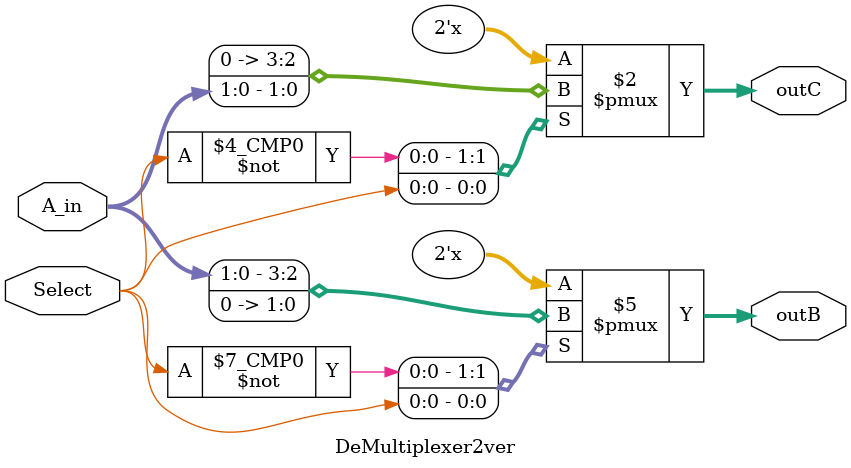
<source format=v>
/*DeMultiplexer - swithes between the two lines depending on 
the input A pin, wich allow MUX to shange the line
for conducting the data.
---------------------------------------------------------
This DeMultiplexer works  with  "always" blocks,
because always plays with the "reg" type.
*/
module DeMultiplexer2ver (
    input wire [1:0] A_in,	       // input line
	input wire Select,	            // switch signal

    output reg [1:0] outB,		// output line	
	output reg [1:0] outC		// output line
);

always@(*)
begin
    case(Select)                // if Select = 0, then
        0:
        begin
        outB = A_in;            // define "A_in" to "outB"
        outC = 0;               // and also ZERO to "outC"
        end
        
        1:
        begin
        outB = 0;               // define ZERO to "outB"
        outC = A_in;            // define "A_in" to "outC"
        end
    endcase
end

endmodule

</source>
